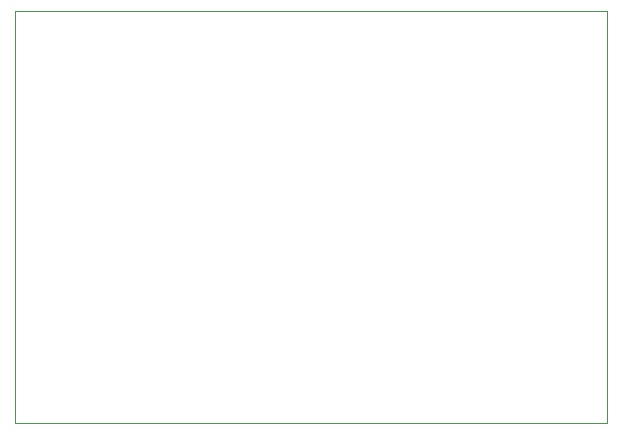
<source format=gbr>
%TF.GenerationSoftware,KiCad,Pcbnew,9.0.2*%
%TF.CreationDate,2025-07-03T13:44:51+05:30*%
%TF.ProjectId,Battery Charger and Protection,42617474-6572-4792-9043-686172676572,rev?*%
%TF.SameCoordinates,Original*%
%TF.FileFunction,Profile,NP*%
%FSLAX46Y46*%
G04 Gerber Fmt 4.6, Leading zero omitted, Abs format (unit mm)*
G04 Created by KiCad (PCBNEW 9.0.2) date 2025-07-03 13:44:51*
%MOMM*%
%LPD*%
G01*
G04 APERTURE LIST*
%TA.AperFunction,Profile*%
%ADD10C,0.050000*%
%TD*%
G04 APERTURE END LIST*
D10*
X43040000Y-41960000D02*
X93130000Y-41960000D01*
X93130000Y-76890000D01*
X43040000Y-76890000D01*
X43040000Y-41960000D01*
M02*

</source>
